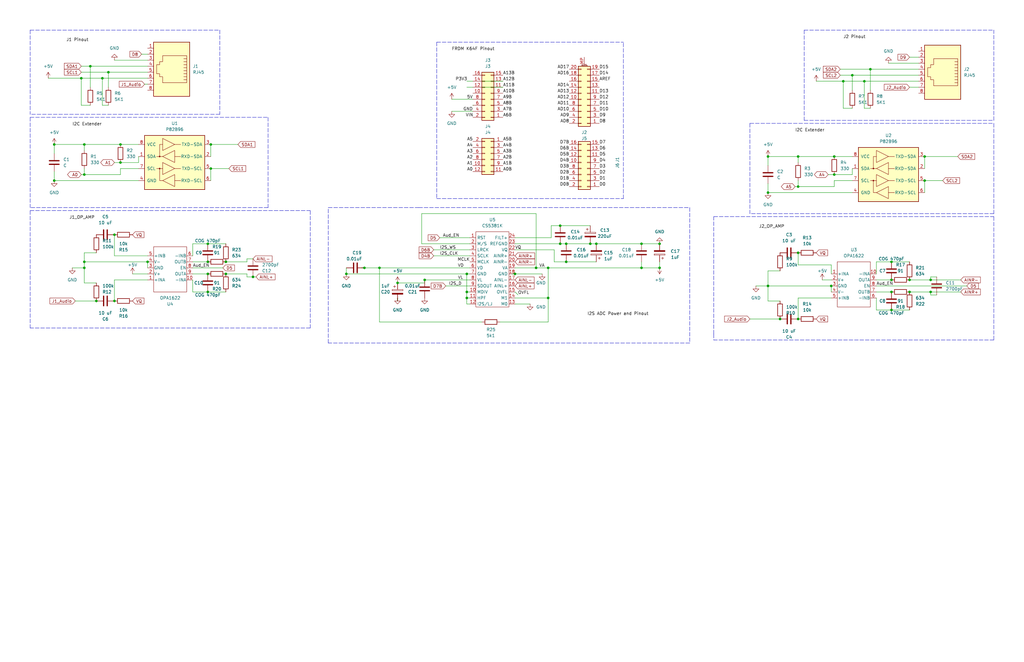
<source format=kicad_sch>
(kicad_sch (version 20211123) (generator eeschema)
  (paper "B")
  (title_block (title "Midi Pedalboard Shield") (company "Daniel Mahaney"))
  (junction (at 270.51 113.03))
  (junction (at 50.8 60.96))
  (junction (at 359.41 31.75))
  (junction (at 43.18 33.02))
  (junction (at 35.56 113.03))
  (junction (at 35.56 60.96))
  (junction (at 336.55 78.74))
  (junction (at 375.92 123.19))
  (junction (at 375.92 110.49))
  (junction (at 95.25 115.57))
  (junction (at 336.55 134.62))
  (junction (at 226.06 113.03))
  (junction (at 236.22 95.25))
  (junction (at 196.85 115.57))
  (junction (at 238.76 102.87))
  (junction (at 95.25 110.49))
  (junction (at 87.63 123.19))
  (junction (at 45.72 30.48))
  (junction (at 48.26 127))
  (junction (at 364.49 34.29))
  (junction (at 231.14 125.73))
  (junction (at 350.52 120.65))
  (junction (at 270.51 102.87))
  (junction (at 383.54 123.19))
  (junction (at 323.85 81.28))
  (junction (at 351.79 73.66))
  (junction (at 383.54 118.11))
  (junction (at 179.07 118.11))
  (junction (at 22.86 76.2))
  (junction (at 392.43 118.11))
  (junction (at 22.86 60.96))
  (junction (at 34.29 33.02))
  (junction (at 389.89 76.2))
  (junction (at 35.56 110.49))
  (junction (at 146.05 115.57))
  (junction (at 40.64 127))
  (junction (at 238.76 110.49))
  (junction (at 153.67 113.03))
  (junction (at 48.26 99.06))
  (junction (at 35.56 73.66))
  (junction (at 87.63 110.49))
  (junction (at 88.9 71.12))
  (junction (at 389.89 66.04))
  (junction (at 106.68 116.84))
  (junction (at 167.64 119.38))
  (junction (at 375.92 130.81))
  (junction (at 278.13 113.03))
  (junction (at 87.63 115.57))
  (junction (at 251.46 102.87))
  (junction (at 323.85 66.04))
  (junction (at 196.85 125.73))
  (junction (at 62.23 110.49))
  (junction (at 323.85 120.65))
  (junction (at 248.92 102.87))
  (junction (at 217.17 115.57))
  (junction (at 278.13 102.87))
  (junction (at 375.92 118.11))
  (junction (at 160.02 113.03))
  (junction (at 231.14 113.03))
  (junction (at 236.22 102.87))
  (junction (at 88.9 60.96))
  (junction (at 196.85 123.19))
  (junction (at 367.03 29.21))
  (junction (at 50.8 68.58))
  (junction (at 392.43 123.19))
  (junction (at 351.79 66.04))
  (junction (at 355.6 34.29))
  (junction (at 328.93 134.62))
  (junction (at 336.55 66.04))
  (junction (at 87.63 102.87))
  (junction (at 336.55 106.68))
  (junction (at 38.1 27.94))
  (wire (pts (xy 95.25 115.57) (xy 104.14 115.57)))
  (polyline (pts (xy 184.15 83.82) (xy 262.89 83.82)))
  (wire (pts (xy 104.14 109.22) (xy 106.68 109.22)))
  (wire (pts (xy 323.85 69.85) (xy 323.85 66.04)))
  (polyline (pts (xy 12.7 49.53) (xy 12.7 87.63)))
  (wire (pts (xy 35.56 60.96) (xy 50.8 60.96)))
  (wire (pts (xy 364.49 34.29) (xy 355.6 34.29)))
  (wire (pts (xy 203.2 36.83) (xy 212.09 36.83)))
  (wire (pts (xy 351.79 76.2) (xy 359.41 76.2)))
  (wire (pts (xy 190.5 41.91) (xy 199.39 41.91)))
  (polyline (pts (xy 12.7 88.9) (xy 12.7 138.43)))
  (wire (pts (xy 323.85 127) (xy 328.93 127)))
  (wire (pts (xy 233.68 105.41) (xy 233.68 110.49)))
  (polyline (pts (xy 316.23 52.07) (xy 419.1 52.07)))
  (wire (pts (xy 45.72 44.45) (xy 43.18 44.45)))
  (polyline (pts (xy 12.7 88.9) (xy 130.81 88.9)))
  (wire (pts (xy 210.82 135.89) (xy 231.14 135.89)))
  (wire (pts (xy 278.13 113.03) (xy 270.51 113.03)))
  (polyline (pts (xy 113.03 87.63) (xy 12.7 87.63)))
  (polyline (pts (xy 419.1 143.51) (xy 300.99 143.51)))
  (polyline (pts (xy 339.09 12.7) (xy 339.09 50.8)))
  (wire (pts (xy 383.54 130.81) (xy 375.92 130.81)))
  (wire (pts (xy 48.26 107.95) (xy 48.26 99.06)))
  (wire (pts (xy 355.6 45.72) (xy 359.41 45.72)))
  (wire (pts (xy 351.79 76.2) (xy 351.79 78.74)))
  (wire (pts (xy 81.28 113.03) (xy 93.98 113.03)))
  (polyline (pts (xy 300.99 140.97) (xy 300.99 91.44)))
  (wire (pts (xy 217.17 125.73) (xy 231.14 125.73)))
  (polyline (pts (xy 419.1 91.44) (xy 419.1 143.51)))
  (wire (pts (xy 152.4 113.03) (xy 153.67 113.03)))
  (wire (pts (xy 323.85 81.28) (xy 359.41 81.28)))
  (wire (pts (xy 359.41 31.75) (xy 387.35 31.75)))
  (wire (pts (xy 323.85 66.04) (xy 336.55 66.04)))
  (wire (pts (xy 226.06 113.03) (xy 231.14 113.03)))
  (polyline (pts (xy 12.7 12.7) (xy 92.71 12.7)))
  (wire (pts (xy 336.55 125.73) (xy 336.55 134.62)))
  (wire (pts (xy 43.18 33.02) (xy 43.18 44.45)))
  (wire (pts (xy 48.26 118.11) (xy 62.23 118.11)))
  (wire (pts (xy 50.8 60.96) (xy 58.42 60.96)))
  (wire (pts (xy 182.88 105.41) (xy 198.12 105.41)))
  (wire (pts (xy 34.29 33.02) (xy 34.29 44.45)))
  (polyline (pts (xy 290.83 87.63) (xy 290.83 144.78)))
  (wire (pts (xy 318.77 120.65) (xy 323.85 120.65)))
  (wire (pts (xy 198.12 115.57) (xy 196.85 115.57)))
  (polyline (pts (xy 262.89 83.82) (xy 262.89 17.78)))
  (wire (pts (xy 346.71 118.11) (xy 350.52 118.11)))
  (wire (pts (xy 196.85 34.29) (xy 199.39 34.29)))
  (wire (pts (xy 87.63 102.87) (xy 81.28 102.87)))
  (wire (pts (xy 48.26 107.95) (xy 62.23 107.95)))
  (wire (pts (xy 35.56 119.38) (xy 35.56 113.03)))
  (wire (pts (xy 88.9 60.96) (xy 88.9 66.04)))
  (polyline (pts (xy 339.09 50.8) (xy 419.1 50.8)))
  (wire (pts (xy 34.29 30.48) (xy 45.72 30.48)))
  (wire (pts (xy 367.03 45.72) (xy 364.49 45.72)))
  (wire (pts (xy 248.92 95.25) (xy 236.22 95.25)))
  (wire (pts (xy 35.56 71.12) (xy 35.56 73.66)))
  (wire (pts (xy 351.79 73.66) (xy 359.41 73.66)))
  (wire (pts (xy 48.26 127) (xy 48.26 118.11)))
  (wire (pts (xy 196.85 36.83) (xy 199.39 36.83)))
  (wire (pts (xy 88.9 60.96) (xy 100.33 60.96)))
  (wire (pts (xy 104.14 115.57) (xy 104.14 116.84)))
  (wire (pts (xy 179.07 119.38) (xy 167.64 119.38)))
  (wire (pts (xy 223.52 128.27) (xy 217.17 128.27)))
  (wire (pts (xy 35.56 73.66) (xy 50.8 73.66)))
  (wire (pts (xy 106.68 116.84) (xy 107.95 116.84)))
  (wire (pts (xy 359.41 31.75) (xy 359.41 38.1)))
  (wire (pts (xy 177.8 102.87) (xy 177.8 90.17)))
  (wire (pts (xy 278.13 102.87) (xy 270.51 102.87)))
  (wire (pts (xy 22.86 64.77) (xy 22.86 60.96)))
  (wire (pts (xy 350.52 111.76) (xy 350.52 115.57)))
  (wire (pts (xy 392.43 118.11) (xy 392.43 116.84)))
  (wire (pts (xy 198.12 102.87) (xy 177.8 102.87)))
  (wire (pts (xy 50.8 68.58) (xy 58.42 68.58)))
  (wire (pts (xy 251.46 102.87) (xy 270.51 102.87)))
  (wire (pts (xy 203.2 34.29) (xy 212.09 34.29)))
  (wire (pts (xy 226.06 90.17) (xy 226.06 113.03)))
  (wire (pts (xy 383.54 24.13) (xy 387.35 24.13)))
  (wire (pts (xy 48.26 25.4) (xy 62.23 25.4)))
  (wire (pts (xy 38.1 27.94) (xy 62.23 27.94)))
  (wire (pts (xy 369.57 123.19) (xy 375.92 123.19)))
  (wire (pts (xy 392.43 123.19) (xy 405.13 123.19)))
  (polyline (pts (xy 12.7 49.53) (xy 113.03 49.53)))
  (polyline (pts (xy 92.71 12.7) (xy 92.71 48.26)))
  (wire (pts (xy 369.57 120.65) (xy 407.67 120.65)))
  (wire (pts (xy 231.14 113.03) (xy 270.51 113.03)))
  (wire (pts (xy 392.43 124.46) (xy 394.97 124.46)))
  (wire (pts (xy 392.43 123.19) (xy 383.54 123.19)))
  (wire (pts (xy 146.05 115.57) (xy 196.85 115.57)))
  (wire (pts (xy 34.29 73.66) (xy 35.56 73.66)))
  (wire (pts (xy 104.14 110.49) (xy 95.25 110.49)))
  (wire (pts (xy 185.42 100.33) (xy 198.12 100.33)))
  (wire (pts (xy 369.57 110.49) (xy 369.57 115.57)))
  (wire (pts (xy 383.54 110.49) (xy 375.92 110.49)))
  (wire (pts (xy 38.1 27.94) (xy 38.1 36.83)))
  (wire (pts (xy 62.23 110.49) (xy 62.23 113.03)))
  (wire (pts (xy 364.49 34.29) (xy 364.49 45.72)))
  (wire (pts (xy 58.42 66.04) (xy 58.42 68.58)))
  (wire (pts (xy 389.89 76.2) (xy 389.89 81.28)))
  (wire (pts (xy 177.8 90.17) (xy 226.06 90.17)))
  (wire (pts (xy 354.33 31.75) (xy 359.41 31.75)))
  (wire (pts (xy 217.17 115.57) (xy 228.6 115.57)))
  (polyline (pts (xy 339.09 12.7) (xy 419.1 12.7)))
  (wire (pts (xy 270.51 110.49) (xy 270.51 113.03)))
  (wire (pts (xy 35.56 60.96) (xy 35.56 63.5)))
  (wire (pts (xy 336.55 66.04) (xy 351.79 66.04)))
  (polyline (pts (xy 300.99 91.44) (xy 419.1 91.44)))
  (wire (pts (xy 336.55 125.73) (xy 350.52 125.73)))
  (wire (pts (xy 198.12 128.27) (xy 196.85 128.27)))
  (wire (pts (xy 81.28 123.19) (xy 81.28 118.11)))
  (wire (pts (xy 45.72 30.48) (xy 45.72 36.83)))
  (wire (pts (xy 231.14 135.89) (xy 231.14 125.73)))
  (polyline (pts (xy 113.03 49.53) (xy 113.03 87.63)))
  (polyline (pts (xy 184.15 17.78) (xy 184.15 83.82)))
  (wire (pts (xy 196.85 128.27) (xy 196.85 125.73)))
  (wire (pts (xy 232.41 95.25) (xy 236.22 95.25)))
  (wire (pts (xy 62.23 33.02) (xy 43.18 33.02)))
  (wire (pts (xy 369.57 118.11) (xy 375.92 118.11)))
  (wire (pts (xy 198.12 123.19) (xy 196.85 123.19)))
  (wire (pts (xy 35.56 106.68) (xy 35.56 110.49)))
  (wire (pts (xy 336.55 111.76) (xy 350.52 111.76)))
  (wire (pts (xy 336.55 78.74) (xy 351.79 78.74)))
  (wire (pts (xy 187.96 120.65) (xy 198.12 120.65)))
  (wire (pts (xy 62.23 115.57) (xy 55.88 115.57)))
  (wire (pts (xy 34.29 44.45) (xy 38.1 44.45)))
  (wire (pts (xy 104.14 116.84) (xy 106.68 116.84)))
  (wire (pts (xy 30.48 113.03) (xy 35.56 113.03)))
  (wire (pts (xy 199.5794 44.45) (xy 199.39 44.45)))
  (wire (pts (xy 50.8 71.12) (xy 50.8 73.66)))
  (polyline (pts (xy 12.7 12.7) (xy 12.7 48.26)))
  (wire (pts (xy 196.85 125.73) (xy 196.85 123.19)))
  (polyline (pts (xy 419.1 90.17) (xy 316.23 90.17)))
  (wire (pts (xy 344.17 34.29) (xy 355.6 34.29)))
  (wire (pts (xy 389.89 76.2) (xy 397.51 76.2)))
  (wire (pts (xy 389.89 66.04) (xy 389.89 71.12)))
  (wire (pts (xy 167.64 127) (xy 167.64 125.73)))
  (polyline (pts (xy 176.53 87.63) (xy 290.83 87.63)))
  (wire (pts (xy 383.54 36.83) (xy 387.35 36.83)))
  (wire (pts (xy 34.29 33.02) (xy 20.32 33.02)))
  (wire (pts (xy 31.75 127) (xy 40.64 127)))
  (wire (pts (xy 323.85 114.3) (xy 328.93 114.3)))
  (wire (pts (xy 392.43 118.11) (xy 405.13 118.11)))
  (wire (pts (xy 367.03 29.21) (xy 367.03 38.1)))
  (wire (pts (xy 369.57 125.73) (xy 369.57 130.81)))
  (wire (pts (xy 35.56 106.68) (xy 40.64 106.68)))
  (wire (pts (xy 392.43 123.19) (xy 392.43 124.46)))
  (wire (pts (xy 48.26 68.58) (xy 50.8 68.58)))
  (wire (pts (xy 198.12 125.73) (xy 196.85 125.73)))
  (wire (pts (xy 238.76 110.49) (xy 251.46 110.49)))
  (wire (pts (xy 88.9 71.12) (xy 88.9 76.2)))
  (wire (pts (xy 335.28 78.74) (xy 336.55 78.74)))
  (wire (pts (xy 88.9 71.12) (xy 96.52 71.12)))
  (wire (pts (xy 104.14 110.49) (xy 104.14 109.22)))
  (wire (pts (xy 316.23 134.62) (xy 328.93 134.62)))
  (wire (pts (xy 60.96 35.56) (xy 62.23 35.56)))
  (polyline (pts (xy 419.1 52.07) (xy 419.1 90.17)))
  (wire (pts (xy 392.43 116.84) (xy 394.97 116.84)))
  (wire (pts (xy 350.52 120.65) (xy 350.52 123.19)))
  (wire (pts (xy 349.25 73.66) (xy 351.79 73.66)))
  (wire (pts (xy 45.72 30.48) (xy 62.23 30.48)))
  (wire (pts (xy 34.29 27.94) (xy 38.1 27.94)))
  (wire (pts (xy 323.85 120.65) (xy 350.52 120.65)))
  (wire (pts (xy 215.9 115.57) (xy 217.17 115.57)))
  (wire (pts (xy 233.68 105.41) (xy 217.17 105.41)))
  (wire (pts (xy 375.92 130.81) (xy 369.57 130.81)))
  (wire (pts (xy 146.05 115.57) (xy 146.05 113.03)))
  (wire (pts (xy 383.54 118.11) (xy 392.43 118.11)))
  (wire (pts (xy 217.17 100.33) (xy 232.41 100.33)))
  (wire (pts (xy 179.07 118.11) (xy 198.12 118.11)))
  (wire (pts (xy 367.03 29.21) (xy 387.35 29.21)))
  (wire (pts (xy 22.86 72.39) (xy 22.86 76.2)))
  (wire (pts (xy 248.92 102.87) (xy 251.46 102.87)))
  (polyline (pts (xy 419.1 50.8) (xy 419.1 12.7)))
  (wire (pts (xy 87.63 123.19) (xy 81.28 123.19)))
  (polyline (pts (xy 184.15 17.78) (xy 262.89 17.78)))
  (wire (pts (xy 35.56 110.49) (xy 35.56 113.03)))
  (wire (pts (xy 196.85 115.57) (xy 196.85 123.19)))
  (wire (pts (xy 232.41 100.33) (xy 232.41 95.25)))
  (wire (pts (xy 231.14 125.73) (xy 231.14 113.03)))
  (wire (pts (xy 43.18 33.02) (xy 34.29 33.02)))
  (wire (pts (xy 59.69 22.86) (xy 62.23 22.86)))
  (wire (pts (xy 22.86 76.2) (xy 58.42 76.2)))
  (wire (pts (xy 179.07 119.38) (xy 179.07 118.11)))
  (wire (pts (xy 95.25 123.19) (xy 87.63 123.19)))
  (wire (pts (xy 375.92 110.49) (xy 369.57 110.49)))
  (polyline (pts (xy 130.81 88.9) (xy 130.81 138.43)))
  (polyline (pts (xy 138.43 87.63) (xy 176.53 87.63)))
  (wire (pts (xy 238.76 102.87) (xy 236.22 102.87)))
  (wire (pts (xy 218.44 124.46) (xy 217.17 123.19)))
  (wire (pts (xy 336.55 76.2) (xy 336.55 78.74)))
  (wire (pts (xy 389.89 66.04) (xy 403.86 66.04)))
  (polyline (pts (xy 130.81 138.43) (xy 12.7 138.43)))
  (wire (pts (xy 35.56 119.38) (xy 40.64 119.38)))
  (wire (pts (xy 278.13 110.49) (xy 278.13 113.03)))
  (wire (pts (xy 323.85 77.47) (xy 323.85 81.28)))
  (wire (pts (xy 35.56 110.49) (xy 62.23 110.49)))
  (wire (pts (xy 81.28 115.57) (xy 87.63 115.57)))
  (wire (pts (xy 182.88 107.95) (xy 198.12 107.95)))
  (polyline (pts (xy 290.83 144.78) (xy 138.43 144.78)))
  (wire (pts (xy 160.02 135.89) (xy 160.02 113.03)))
  (wire (pts (xy 217.17 102.87) (xy 236.22 102.87)))
  (polyline (pts (xy 316.23 52.07) (xy 316.23 90.17)))
  (polyline (pts (xy 138.43 144.78) (xy 138.43 87.63)))
  (wire (pts (xy 233.68 110.49) (xy 238.76 110.49)))
  (polyline (pts (xy 300.99 140.97) (xy 300.99 143.51)))
  (wire (pts (xy 95.25 102.87) (xy 87.63 102.87)))
  (wire (pts (xy 50.8 71.12) (xy 58.42 71.12)))
  (wire (pts (xy 238.76 102.87) (xy 248.92 102.87)))
  (wire (pts (xy 323.85 120.65) (xy 323.85 127)))
  (wire (pts (xy 190.5 46.99) (xy 199.39 46.99)))
  (wire (pts (xy 81.28 110.49) (xy 87.63 110.49)))
  (wire (pts (xy 387.35 34.29) (xy 364.49 34.29)))
  (wire (pts (xy 374.65 26.67) (xy 387.35 26.67)))
  (wire (pts (xy 217.17 113.03) (xy 226.06 113.03)))
  (wire (pts (xy 22.86 60.96) (xy 35.56 60.96)))
  (wire (pts (xy 351.79 66.04) (xy 359.41 66.04)))
  (wire (pts (xy 323.85 114.3) (xy 323.85 120.65)))
  (polyline (pts (xy 92.71 48.26) (xy 12.7 48.26)))
  (wire (pts (xy 81.28 107.95) (xy 81.28 102.87)))
  (wire (pts (xy 336.55 66.04) (xy 336.55 68.58)))
  (wire (pts (xy 160.02 135.89) (xy 203.2 135.89)))
  (wire (pts (xy 355.6 34.29) (xy 355.6 45.72)))
  (wire (pts (xy 359.41 71.12) (xy 359.41 73.66)))
  (wire (pts (xy 354.33 29.21) (xy 367.03 29.21)))
  (wire (pts (xy 160.02 113.03) (xy 198.12 113.03)))
  (wire (pts (xy 153.67 113.03) (xy 160.02 113.03)))
  (wire (pts (xy 336.55 106.68) (xy 336.55 111.76)))
  (label "A12B" (at 212.09 34.29 0))
  (label "A6B" (at 212.09 49.53 0))
  (label "A1B" (at 212.09 69.85 0))
  (label "A10B" (at 212.09 39.37 0))
  (label "D3B" (at 240.03 71.12 180))
  (label "MCLK" (at 198.12 110.49 180))
  (label "J1_OP_AMP" (at 29.21 92.71 0))
  (label "D14" (at 252.73 31.75 0))
  (label "AD17" (at 240.03 29.21 180))
  (label "FRDM K64F Pinout" (at 190.5 21.59 0))
  (label "D3" (at 252.73 71.12 0))
  (label "D5" (at 252.73 66.04 0))
  (label "D12" (at 252.73 41.91 0))
  (label "D7" (at 252.73 60.96 0))
  (label "I2S ADC Power and Pinout" (at 247.65 133.35 0))
  (label "A5" (at 199.39 59.69 180))
  (label "D13" (at 252.73 39.37 0))
  (label "A3" (at 199.39 64.77 180))
  (label "VA" (at 227.33 113.03 0))
  (label "A3B" (at 212.09 64.77 0))
  (label "AD8" (at 240.03 52.07 180))
  (label "D1" (at 252.73 76.2 0))
  (label "D7B" (at 240.03 60.96 180))
  (label "J2_OP_AMP" (at 320.04 96.52 0))
  (label "Aud_EN" (at 81.28 113.03 0))
  (label "I2S_D" (at 189.23 120.65 0))
  (label "AD10" (at 240.03 46.99 180))
  (label "A1" (at 199.39 69.85 180))
  (label "A2B" (at 212.09 67.31 0))
  (label "Aud_EN" (at 369.57 120.65 0))
  (label "D8" (at 252.73 52.07 0))
  (label "AD13" (at 240.03 39.37 180))
  (label "D15" (at 252.73 29.21 0))
  (label "A13B" (at 212.09 31.75 0))
  (label "D6B" (at 240.03 63.5 180))
  (label "D2" (at 252.73 73.66 0))
  (label "VD" (at 195.58 113.03 180))
  (label "A0B" (at 212.09 72.39 0))
  (label "AD16" (at 240.03 31.75 180))
  (label "AD14" (at 240.03 36.83 180))
  (label "D6" (at 252.73 63.5 0))
  (label "AREF" (at 252.73 34.29 0))
  (label "A2" (at 199.39 67.31 180))
  (label "I2S_CLK" (at 185.42 107.95 0))
  (label "A4" (at 199.39 62.23 180))
  (label "J2 Pinout" (at 355.6 16.51 0))
  (label "D11" (at 252.73 44.45 0))
  (label "VL" (at 193.04 118.11 0))
  (label "D0B" (at 240.03 78.74 180))
  (label "Aud_EN" (at 186.69 100.33 0))
  (label "A9B" (at 212.09 41.91 0))
  (label "D9" (at 252.73 49.53 0))
  (label "I2C Extender" (at 30.48 53.34 0))
  (label "D4B" (at 240.03 68.58 180))
  (label "D5B" (at 240.03 66.04 180))
  (label "A4B" (at 212.09 62.23 0))
  (label "AD11" (at 240.03 44.45 180))
  (label "J1 Pinout" (at 27.94 17.78 0))
  (label "AD9" (at 240.03 49.53 180))
  (label "P3V3" (at 197.0394 34.29 180))
  (label "VIN" (at 199.5794 49.53 180))
  (label "A8B" (at 212.09 44.45 0))
  (label "OVFL" (at 218.44 124.46 0))
  (label "A7B" (at 212.09 46.99 0))
  (label "D2B" (at 240.03 73.66 180))
  (label "D1B" (at 240.03 76.2 180))
  (label "D4" (at 252.73 68.58 0))
  (label "AD12" (at 240.03 41.91 180))
  (label "A0" (at 199.39 72.39 180))
  (label "VQ" (at 217.17 105.41 0))
  (label "I2S_WS" (at 185.42 105.41 0))
  (label "I2C Extender" (at 335.28 55.88 0))
  (label "GND" (at 199.39 46.99 180))
  (label "D10" (at 252.73 46.99 0))
  (label "A11B" (at 212.09 36.83 0))
  (label "A5B" (at 212.09 59.69 0))
  (label "D0" (at 252.73 78.74 0))
  (label "5V" (at 199.39 41.91 180))
  (global_label "VQ" (shape input) (at 344.17 134.62 0) (property "Intersheet References" "${INTERSHEET_REFS}" (effects hide)))
  (global_label "SDA1" (shape input) (at 34.29 27.94 180) (property "Intersheet References" "${INTERSHEET_REFS}" (effects hide)))
  (global_label "AINL+" (shape input) (at 217.17 120.65 0) (property "Intersheet References" "${INTERSHEET_REFS}" (effects hide)))
  (global_label "SCL1" (shape input) (at 34.29 30.48 180) (property "Intersheet References" "${INTERSHEET_REFS}" (effects hide)))
  (global_label "J1_Audio" (shape input) (at 60.96 35.56 180) (property "Intersheet References" "${INTERSHEET_REFS}" (effects hide)))
  (global_label "J1_Audio" (shape input) (at 31.75 127 180) (property "Intersheet References" "${INTERSHEET_REFS}" (effects hide)))
  (global_label "AINR+" (shape input) (at 217.17 107.95 0) (property "Intersheet References" "${INTERSHEET_REFS}" (effects hide)))
  (global_label "SCL2" (shape input) (at 397.51 76.2 0) (property "Intersheet References" "${INTERSHEET_REFS}" (effects hide)))
  (global_label "D4B" (shape input) (at 182.88 107.95 180) (property "Intersheet References" "${INTERSHEET_REFS}" (effects hide)))
  (global_label "A5" (shape bidirectional) (at 335.28 78.74 180) (property "Intersheet References" "${INTERSHEET_REFS}" (effects hide)))
  (global_label "SDA1" (shape input) (at 100.33 60.96 0) (property "Intersheet References" "${INTERSHEET_REFS}" (effects hide)))
  (global_label "D7B" (shape input) (at 187.96 120.65 180) (property "Intersheet References" "${INTERSHEET_REFS}" (effects hide)))
  (global_label "VQ" (shape input) (at 344.17 106.68 0) (property "Intersheet References" "${INTERSHEET_REFS}" (effects hide)))
  (global_label "A1" (shape bidirectional) (at 48.26 68.58 180) (property "Intersheet References" "${INTERSHEET_REFS}" (effects hide)))
  (global_label "D5" (shape input) (at 407.67 120.65 0) (property "Intersheet References" "${INTERSHEET_REFS}" (effects hide)))
  (global_label "D8" (shape input) (at 59.69 22.86 180) (property "Intersheet References" "${INTERSHEET_REFS}" (effects hide)))
  (global_label "AINR-" (shape input) (at 217.17 110.49 0) (property "Intersheet References" "${INTERSHEET_REFS}" (effects hide)))
  (global_label "J2_Audio" (shape input) (at 383.54 36.83 180) (property "Intersheet References" "${INTERSHEET_REFS}" (effects hide)))
  (global_label "SCL1" (shape input) (at 96.52 71.12 0) (property "Intersheet References" "${INTERSHEET_REFS}" (effects hide)))
  (global_label "A0" (shape bidirectional) (at 34.29 73.66 180) (property "Intersheet References" "${INTERSHEET_REFS}" (effects hide)))
  (global_label "A4" (shape bidirectional) (at 349.25 73.66 180) (property "Intersheet References" "${INTERSHEET_REFS}" (effects hide)))
  (global_label "AINL-" (shape input) (at 217.17 118.11 0) (property "Intersheet References" "${INTERSHEET_REFS}" (effects hide)))
  (global_label "SDA2" (shape input) (at 403.86 66.04 0) (property "Intersheet References" "${INTERSHEET_REFS}" (effects hide)))
  (global_label "J2_Audio" (shape input) (at 316.23 134.62 180) (property "Intersheet References" "${INTERSHEET_REFS}" (effects hide)))
  (global_label "VQ" (shape input) (at 55.88 127 0) (property "Intersheet References" "${INTERSHEET_REFS}" (effects hide)))
  (global_label "D6B" (shape input) (at 182.88 105.41 180) (property "Intersheet References" "${INTERSHEET_REFS}" (effects hide)))
  (global_label "SDA2" (shape input) (at 354.33 29.21 180) (property "Intersheet References" "${INTERSHEET_REFS}" (effects hide)))
  (global_label "AINR-" (shape input) (at 405.13 118.11 0) (property "Intersheet References" "${INTERSHEET_REFS}" (effects hide)))
  (global_label "D5" (shape input) (at 93.98 113.03 0) (property "Intersheet References" "${INTERSHEET_REFS}" (effects hide)))
  (global_label "SCL2" (shape input) (at 354.33 31.75 180) (property "Intersheet References" "${INTERSHEET_REFS}" (effects hide)))
  (global_label "AINR+" (shape input) (at 405.13 123.19 0) (property "Intersheet References" "${INTERSHEET_REFS}" (effects hide)))
  (global_label "VQ" (shape input) (at 55.88 99.06 0) (property "Intersheet References" "${INTERSHEET_REFS}" (effects hide)))
  (global_label "D9" (shape input) (at 383.54 24.13 180) (property "Intersheet References" "${INTERSHEET_REFS}" (effects hide)))
  (global_label "AINL-" (shape input) (at 106.68 109.22 0) (property "Intersheet References" "${INTERSHEET_REFS}" (effects hide)))
  (global_label "AINL+" (shape input) (at 107.95 116.84 0) (property "Intersheet References" "${INTERSHEET_REFS}" (effects hide)))
  (global_label "D5" (shape input) (at 185.42 100.33 180) (property "Intersheet References" "${INTERSHEET_REFS}" (effects hide)))
  (symbol (lib_id "Device:R") (at 379.73 123.19 90) (mirror x) (unit 1)
    (property "Reference" "R18" (at 379.73 129.54 90))
    (property "Value" "91" (at 379.73 127 90))
    (property "Footprint" "Resistor_THT:R_Axial_DIN0414_L11.9mm_D4.5mm_P5.08mm_Vertical" (effects hide))
    (property "Datasheet" "https://www.digikey.com/en/products/detail/stackpole-electronics-inc/RSMF2JT91R0/2021733?s=N4IgjCBcoExaBjKAzAhgGwM4FMA0IB7KAbXADYBOMAFggF18AHAFyhAGVmAnASwDsA5iAC%2B%2BGAAYAHAFZ4IJJDRY8hEiCoACAPIALALaYQDECzYBVPj2ZbkAWWypMAVy7YR%2BALQRo8lBhz4RJCkAOwAzJJGoiAecD4K3E4qQaSy%2BBRRnhnxUInJavTCRUA" (effects hide))
  )
  (symbol (lib_id "New_Library:CS5381K") (at 207.01 100.33 0) (unit 1)
    (property "Reference" "U5" (at 207.645 92.71 0))
    (property "Value" "CS5381K" (at 207.645 95.25 0))
    (property "Footprint" "NewLib:SOIC-24" (effects hide))
  )
  (symbol (lib_id "Device:R") (at 95.25 119.38 0) (mirror x) (unit 1)
    (property "Reference" "R24" (at 97.79 120.6501 0) (effects (justify left)))
    (property "Value" "634" (at 97.79 118.1101 0) (effects (justify left)))
    (property "Footprint" "Resistor_SMD:R_1206_3216Metric_Pad1.30x1.75mm_HandSolder" (effects hide))
    (property "Datasheet" "https://www.digikey.com/en/products/detail/te-connectivity-passive-product/3503G2B634RFTD/16808622?s=N4IgjCBcoExaBjKAzAhgGwM4FMA0IB7KAbXADYBOMAFggF18AHAFyhAGVmAnASwDsA5iAC%2B%2BGAAYAHAFZ4IFmwCqfHswDyyALLZUmAK5dsIfHrZqAFgFtMxkJf5syAZmq3LqAB6OXI-AFo4aBAkSG49PEISEFl8ChA6URA-OKCQsIiiSFJ6YVygA" (effects hide))
  )
  (symbol (lib_id "power:GND") (at 318.77 120.65 0) (unit 1)
    (property "Reference" "#PWR0114" (effects hide))
    (property "Value" "GND" (at 318.77 125.73 0))
  )
  (symbol (lib_id "Device:R") (at 207.01 135.89 270) (unit 1)
    (property "Reference" "R25" (at 205.105 139.0649 90) (effects (justify left)))
    (property "Value" "5k1" (at 205.105 141.6049 90) (effects (justify left)))
    (property "Footprint" "Resistor_THT:R_Axial_DIN0207_L6.3mm_D2.5mm_P2.54mm_Vertical" (effects hide))
    (property "Datasheet" "https://www.digikey.com/en/products/detail/stackpole-electronics-inc/CF14JT5K10/1741447" (effects hide))
  )
  (symbol (lib_id "power:+5V") (at 190.5 41.91 0) (unit 1)
    (property "Reference" "#PWR0101" (effects hide))
    (property "Value" "+5V" (at 190.5 36.83 0))
  )
  (symbol (lib_id "power:+5V") (at 167.64 119.38 0) (unit 1)
    (property "Reference" "#PWR0121" (effects hide))
    (property "Value" "+5V" (at 167.64 114.3 0))
  )
  (symbol (lib_id "Device:R") (at 328.93 130.81 0) (mirror x) (unit 1)
    (property "Reference" "R10" (at 331.47 132.0801 0) (effects (justify left)))
    (property "Value" "100k" (at 331.47 129.5401 0) (effects (justify left)))
    (property "Footprint" "Resistor_THT:R_Axial_DIN0207_L6.3mm_D2.5mm_P2.54mm_Vertical" (effects hide))
    (property "Datasheet" "https://www.digikey.com/en/products/detail/stackpole-electronics-inc/CF14JT100K/1741263" (effects hide))
  )
  (symbol (lib_id "Device:C") (at 44.45 127 90) (mirror x) (unit 1)
    (property "Reference" "C6" (at 44.45 134.62 90))
    (property "Value" "10 uF" (at 44.45 132.08 90))
    (property "Footprint" "Capacitor_THT:CP_Radial_Tantal_D5.5mm_P5.00mm" (effects hide))
    (property "Datasheet" "https://product.tdk.com/en/system/files?file=dam/doc/product/capacitor/ceramic/lead-mlcc/catalog/leadmlcc_halogenfree_fa_en.pdf" (effects hide))
  )
  (symbol (lib_id "Device:R") (at 52.07 127 90) (mirror x) (unit 1)
    (property "Reference" "R16" (at 52.07 133.35 90))
    (property "Value" "10k" (at 52.07 130.81 90))
    (property "Footprint" "Resistor_THT:R_Axial_DIN0207_L6.3mm_D2.5mm_P2.54mm_Vertical" (effects hide))
    (property "Datasheet" "https://www.digikey.com/en/products/detail/stackpole-electronics-inc/CF14JT10K0/1741265" (effects hide))
  )
  (symbol (lib_id "Connector_Generic_MountingPin:Conn_02x10_Odd_Even_MountingPin") (at 247.65 41.91 180) (unit 1)
    (property "Reference" "J5" (at 246.38 58.42 0))
    (property "Value" "J2" (at 246.38 55.88 0))
    (property "Footprint" "Connector_PinHeader_2.54mm:PinHeader_2x10_P2.54mm_Vertical" (effects hide))
  )
  (symbol (lib_id "Connector_Generic:Conn_02x08_Odd_Even") (at 207.01 41.91 180) (unit 1)
    (property "Reference" "J3" (at 205.74 25.4 0))
    (property "Value" "J3" (at 205.74 27.94 0))
    (property "Footprint" "Connector_PinHeader_2.54mm:PinHeader_2x08_P2.54mm_Vertical" (effects hide))
  )
  (symbol (lib_id "power:+5V") (at 346.71 118.11 0) (unit 1)
    (property "Reference" "#PWR0113" (effects hide))
    (property "Value" "+5V" (at 346.71 114.3 0))
  )
  (symbol (lib_id "Connector_Generic:Conn_02x06_Odd_Even") (at 207.01 64.77 0) (mirror y) (unit 1)
    (property "Reference" "J4" (at 205.74 53.34 0))
    (property "Value" "J4" (at 205.74 55.88 0))
    (property "Footprint" "Connector_PinHeader_2.54mm:PinHeader_2x06_P2.54mm_Vertical" (effects hide))
  )
  (symbol (lib_id "power:GND") (at 22.86 76.2 0) (unit 1)
    (property "Reference" "#PWR0107" (effects hide))
    (property "Value" "GND" (at 22.86 81.28 0))
  )
  (symbol (lib_id "power:GND") (at 223.52 128.27 0) (unit 1)
    (property "Reference" "#PWR0117" (effects hide))
    (property "Value" "GND" (at 226.06 129.5399 0) (effects (justify left)))
  )
  (symbol (lib_id "Device:R") (at 38.1 40.64 0) (unit 1)
    (property "Reference" "R5" (at 40.64 39.3699 0) (effects (justify left)))
    (property "Value" "5K1" (at 40.64 41.9099 0) (effects (justify left)))
    (property "Footprint" "Resistor_THT:R_Axial_DIN0207_L6.3mm_D2.5mm_P2.54mm_Vertical" (effects hide))
    (property "Datasheet" "https://www.digikey.com/en/products/detail/stackpole-electronics-inc/CF14JT5K10/1741447" (effects hide))
  )
  (symbol (lib_id "Device:C") (at 149.86 113.03 270) (unit 1)
    (property "Reference" "C19" (at 148.59 106.68 90) (effects (justify left)))
    (property "Value" "0.01uF" (at 146.0499 109.22 90) (effects (justify left)))
    (property "Footprint" "Capacitor_SMD:C_0402_1005Metric_Pad0.74x0.62mm_HandSolder" (effects hide))
    (property "Datasheet" "https://media.digikey.com/pdf/Data%20Sheets/Samsung%20PDFs/CL05A104KA5NNNC.pdf" (effects hide))
  )
  (symbol (lib_id "power:GND") (at 228.6 115.57 0) (unit 1)
    (property "Reference" "#PWR0116" (effects hide))
    (property "Value" "GND" (at 226.06 119.38 0) (effects (justify left)))
  )
  (symbol (lib_id "Connector:RJ45") (at 72.39 27.94 180) (unit 1)
    (property "Reference" "J1" (at 81.28 27.9399 0) (effects (justify right)))
    (property "Value" "RJ45" (at 81.28 30.4799 0) (effects (justify right)))
    (property "Footprint" "Connector_RJ:RJ45_Amphenol_RJHSE538X" (effects hide))
  )
  (symbol (lib_id "Connector:RJ45") (at 397.51 29.21 180) (unit 1)
    (property "Reference" "J2" (at 406.4 29.2099 0) (effects (justify right)))
    (property "Value" "RJ45" (at 406.4 31.7499 0) (effects (justify right)))
    (property "Footprint" "Connector_RJ:RJ45_Amphenol_RJHSE538X" (effects hide))
  )
  (symbol (lib_id "Device:R") (at 91.44 110.49 90) (unit 1)
    (property "Reference" "R19" (at 91.44 104.14 90))
    (property "Value" "91" (at 91.44 106.68 90))
    (property "Footprint" "Resistor_THT:R_Axial_DIN0414_L11.9mm_D4.5mm_P5.08mm_Vertical" (effects hide))
    (property "Datasheet" "https://www.digikey.com/en/products/detail/stackpole-electronics-inc/RSMF2JT91R0/2021733?s=N4IgjCBcoExaBjKAzAhgGwM4FMA0IB7KAbXADYBOMAFggF18AHAFyhAGVmAnASwDsA5iAC%2B%2BGAAYAHAFZ4IJJDRY8hEiCoACAPIALALaYQDECzYBVPj2ZbkAWWypMAVy7YR%2BALQRo8lBhz4RJCkAOwAzJJGoiAecD4K3E4qQaSy%2BBRRnhnxUInJavTCRUA" (effects hide))
  )
  (symbol (lib_id "Device:C") (at 332.74 106.68 90) (unit 1)
    (property "Reference" "C3" (at 332.74 99.06 90))
    (property "Value" "10 uF" (at 332.74 101.6 90))
    (property "Footprint" "Capacitor_THT:CP_Radial_Tantal_D5.5mm_P5.00mm" (effects hide))
    (property "Datasheet" "https://product.tdk.com/en/system/files?file=dam/doc/product/capacitor/ceramic/lead-mlcc/catalog/leadmlcc_halogenfree_fa_en.pdf" (effects hide))
  )
  (symbol (lib_id "Device:C") (at 106.68 113.03 0) (mirror x) (unit 1)
    (property "Reference" "C12" (at 110.49 114.3001 0) (effects (justify left)))
    (property "Value" "2700pF" (at 110.49 111.7601 0) (effects (justify left)))
    (property "Footprint" "Capacitor_THT:CP_Radial_D5.0mm_P2.50mm" (effects hide))
    (property "Datasheet" "http://www.passivecomponent.com/wp-content/uploads/datasheet/WTC_MLCC_General_Purpose.pdf" (effects hide))
  )
  (symbol (lib_id "power:GND") (at 179.07 125.73 0) (unit 1)
    (property "Reference" "#PWR0119" (effects hide))
    (property "Value" "GND" (at 179.07 130.81 0))
  )
  (symbol (lib_id "Device:C") (at 87.63 119.38 0) (mirror y) (unit 1)
    (property "Reference" "C10" (at 83.82 119.38 0))
    (property "Value" "COG 470pF" (at 87.63 124.46 0))
    (property "Footprint" "Capacitor_SMD:C_1812_4532Metric_Pad1.57x3.40mm_HandSolder" (effects hide))
    (property "Datasheet" "https://datasheets.kyocera-avx.com/AVX-HV_MLCC.pdf" (effects hide))
  )
  (symbol (lib_id "Device:C") (at 87.63 106.68 180) (unit 1)
    (property "Reference" "C9" (at 83.82 106.68 0))
    (property "Value" "COG 470pF" (at 87.63 101.6 0))
    (property "Footprint" "Capacitor_SMD:C_1812_4532Metric_Pad1.57x3.40mm_HandSolder" (effects hide))
    (property "Datasheet" "https://datasheets.kyocera-avx.com/AVX-HV_MLCC.pdf" (effects hide))
  )
  (symbol (lib_id "Device:C_Polarized") (at 251.46 106.68 180) (unit 1)
    (property "Reference" "C15" (at 256.54 106.68 0))
    (property "Value" "1uF" (at 256.54 109.22 0))
    (property "Footprint" "Capacitor_SMD:C_0603_1608Metric_Pad1.08x0.95mm_HandSolder" (effects hide))
    (property "Datasheet" "https://media.digikey.com/pdf/Data%20Sheets/Samsung%20PDFs/CL10A105KA8NNNC_Spec.pdf" (effects hide))
  )
  (symbol (lib_id "Device:R") (at 91.44 115.57 90) (mirror x) (unit 1)
    (property "Reference" "R20" (at 91.44 121.92 90))
    (property "Value" "91" (at 91.44 119.38 90))
    (property "Footprint" "Resistor_THT:R_Axial_DIN0414_L11.9mm_D4.5mm_P5.08mm_Vertical" (effects hide))
    (property "Datasheet" "https://www.digikey.com/en/products/detail/stackpole-electronics-inc/RSMF2JT91R0/2021733?s=N4IgjCBcoExaBjKAzAhgGwM4FMA0IB7KAbXADYBOMAFggF18AHAFyhAGVmAnASwDsA5iAC%2B%2BGAAYAHAFZ4IJJDRY8hEiCoACAPIALALaYQDECzYBVPj2ZbkAWWypMAVy7YR%2BALQRo8lBhz4RJCkAOwAzJJGoiAecD4K3E4qQaSy%2BBRRnhnxUInJavTCRUA" (effects hide))
  )
  (symbol (lib_id "Device:C") (at 375.92 127 0) (mirror y) (unit 1)
    (property "Reference" "C8" (at 372.11 127 0))
    (property "Value" "COG 470pF" (at 375.92 132.08 0))
    (property "Footprint" "Capacitor_SMD:C_1812_4532Metric_Pad1.57x3.40mm_HandSolder" (effects hide))
    (property "Datasheet" "https://datasheets.kyocera-avx.com/AVX-HV_MLCC.pdf" (effects hide))
  )
  (symbol (lib_id "Device:R") (at 383.54 114.3 0) (unit 1)
    (property "Reference" "R21" (at 386.08 113.0299 0) (effects (justify left)))
    (property "Value" "634" (at 386.08 115.5699 0) (effects (justify left)))
    (property "Footprint" "Resistor_SMD:R_1206_3216Metric_Pad1.30x1.75mm_HandSolder" (effects hide))
    (property "Datasheet" "https://www.digikey.com/en/products/detail/te-connectivity-passive-product/3503G2B634RFTD/16808622?s=N4IgjCBcoExaBjKAzAhgGwM4FMA0IB7KAbXADYBOMAFggF18AHAFyhAGVmAnASwDsA5iAC%2B%2BGAAYAHAFZ4IFmwCqfHswDyyALLZUmAK5dsIfHrZqAFgFtMxkJf5syAZmq3LqAB6OXI-AFo4aBAkSG49PEISEFl8ChA6URA-OKCQsIiiSFJ6YVygA" (effects hide))
  )
  (symbol (lib_id "Device:R") (at 35.56 67.31 0) (unit 1)
    (property "Reference" "R1" (at 38.1 66.0399 0) (effects (justify left)))
    (property "Value" "330" (at 38.1 68.5799 0) (effects (justify left)))
    (property "Footprint" "Resistor_THT:R_Axial_DIN0207_L6.3mm_D2.5mm_P2.54mm_Vertical" (effects hide))
    (property "Datasheet" "https://www.digikey.com/en/products/detail/stackpole-electronics-inc/CF14JT330R/1741399" (effects hide))
  )
  (symbol (lib_id "Device:C") (at 179.07 121.92 180) (unit 1)
    (property "Reference" "C21" (at 173.99 123.19 0))
    (property "Value" "0.01uF" (at 173.99 120.65 0))
    (property "Footprint" "Capacitor_SMD:C_0402_1005Metric_Pad0.74x0.62mm_HandSolder" (effects hide))
    (property "Datasheet" "https://media.digikey.com/pdf/Data%20Sheets/Samsung%20PDFs/CL05A104KA5NNNC.pdf" (effects hide))
  )
  (symbol (lib_id "power:GND") (at 374.65 26.67 180) (unit 1)
    (property "Reference" "#PWR0104" (effects hide))
    (property "Value" "GND" (at 374.65 21.59 0))
  )
  (symbol (lib_id "power:GND") (at 146.05 115.57 0) (unit 1)
    (property "Reference" "#PWR0118" (effects hide))
    (property "Value" "GND" (at 146.05 120.65 0))
  )
  (symbol (lib_id "Device:R") (at 340.36 106.68 90) (unit 1)
    (property "Reference" "R13" (at 340.36 100.33 90))
    (property "Value" "10k" (at 340.36 102.87 90))
    (property "Footprint" "Resistor_THT:R_Axial_DIN0207_L6.3mm_D2.5mm_P2.54mm_Vertical" (effects hide))
    (property "Datasheet" "https://www.digikey.com/en/products/detail/stackpole-electronics-inc/CF14JT10K0/1741265" (effects hide))
  )
  (symbol (lib_id "power:GND") (at 323.85 81.28 0) (unit 1)
    (property "Reference" "#PWR0106" (effects hide))
    (property "Value" "GND" (at 323.85 86.36 0))
  )
  (symbol (lib_id "power:GND") (at 190.5 46.99 0) (unit 1)
    (property "Reference" "#PWR0102" (effects hide))
    (property "Value" "GND" (at 190.5 52.07 0))
  )
  (symbol (lib_id "Device:R") (at 95.25 106.68 0) (unit 1)
    (property "Reference" "R23" (at 97.79 105.4099 0) (effects (justify left)))
    (property "Value" "634" (at 97.79 107.9499 0) (effects (justify left)))
    (property "Footprint" "Resistor_SMD:R_1206_3216Metric_Pad1.30x1.75mm_HandSolder" (effects hide))
    (property "Datasheet" "https://www.digikey.com/en/products/detail/te-connectivity-passive-product/3503G2B634RFTD/16808622?s=N4IgjCBcoExaBjKAzAhgGwM4FMA0IB7KAbXADYBOMAFggF18AHAFyhAGVmAnASwDsA5iAC%2B%2BGAAYAHAFZ4IFmwCqfHswDyyALLZUmAK5dsIfHrZqAFgFtMxkJf5syAZmq3LqAB6OXI-AFo4aBAkSG49PEISEFl8ChA6URA-OKCQsIiiSFJ6YVygA" (effects hide))
  )
  (symbol (lib_id "Device:C") (at 332.74 134.62 90) (mirror x) (unit 1)
    (property "Reference" "C4" (at 332.74 142.24 90))
    (property "Value" "10 uF" (at 332.74 139.7 90))
    (property "Footprint" "Capacitor_THT:CP_Radial_Tantal_D5.5mm_P5.00mm" (effects hide))
    (property "Datasheet" "https://product.tdk.com/en/system/files?file=dam/doc/product/capacitor/ceramic/lead-mlcc/catalog/leadmlcc_halogenfree_fa_en.pdf" (effects hide))
  )
  (symbol (lib_id "Device:C") (at 375.92 114.3 180) (unit 1)
    (property "Reference" "C7" (at 372.11 114.3 0))
    (property "Value" "COG 470pF" (at 375.92 109.22 0))
    (property "Footprint" "Capacitor_SMD:C_1812_4532Metric_Pad1.57x3.40mm_HandSolder" (effects hide))
    (property "Datasheet" "https://datasheets.kyocera-avx.com/AVX-HV_MLCC.pdf" (effects hide))
  )
  (symbol (lib_id "Device:R") (at 40.64 102.87 0) (unit 1)
    (property "Reference" "R11" (at 43.18 101.5999 0) (effects (justify left)))
    (property "Value" "100k" (at 43.18 104.1399 0) (effects (justify left)))
    (property "Footprint" "Resistor_THT:R_Axial_DIN0207_L6.3mm_D2.5mm_P2.54mm_Vertical" (effects hide))
    (property "Datasheet" "https://www.digikey.com/en/products/detail/stackpole-electronics-inc/CF14JT100K/1741263" (effects hide))
  )
  (symbol (lib_id "Device:R") (at 40.64 123.19 0) (mirror x) (unit 1)
    (property "Reference" "R12" (at 43.18 123.19 0) (effects (justify left)))
    (property "Value" "100k" (at 43.18 120.65 0) (effects (justify left)))
    (property "Footprint" "Resistor_THT:R_Axial_DIN0207_L6.3mm_D2.5mm_P2.54mm_Vertical" (effects hide))
    (property "Datasheet" "https://www.digikey.com/en/products/detail/stackpole-electronics-inc/CF14JT100K/1741263" (effects hide))
  )
  (symbol (lib_id "Device:R") (at 351.79 69.85 0) (unit 1)
    (property "Reference" "R4" (at 354.33 68.5799 0) (effects (justify left)))
    (property "Value" "330" (at 354.33 71.1199 0) (effects (justify left)))
    (property "Footprint" "Resistor_THT:R_Axial_DIN0207_L6.3mm_D2.5mm_P2.54mm_Vertical" (effects hide))
    (property "Datasheet" "https://www.digikey.com/en/products/detail/stackpole-electronics-inc/CF14JT330R/1741399" (effects hide))
  )
  (symbol (lib_id "Device:C") (at 270.51 106.68 0) (unit 1)
    (property "Reference" "C18" (at 264.16 105.41 0))
    (property "Value" "0.01uF" (at 264.16 107.95 0))
    (property "Footprint" "Capacitor_SMD:C_0402_1005Metric_Pad0.74x0.62mm_HandSolder" (effects hide))
    (property "Datasheet" "https://media.digikey.com/pdf/Data%20Sheets/Samsung%20PDFs/CL05A104KA5NNNC.pdf" (effects hide))
  )
  (symbol (lib_id "Device:C_Polarized") (at 167.64 123.19 0) (unit 1)
    (property "Reference" "C20" (at 162.56 123.19 0))
    (property "Value" "1uF" (at 162.56 120.65 0))
    (property "Footprint" "Capacitor_SMD:C_0603_1608Metric_Pad1.08x0.95mm_HandSolder" (effects hide))
    (property "Datasheet" "https://media.digikey.com/pdf/Data%20Sheets/Samsung%20PDFs/CL10A105KA8NNNC_Spec.pdf" (effects hide))
  )
  (symbol (lib_id "Device:C_Polarized") (at 248.92 99.06 0) (unit 1)
    (property "Reference" "C13" (at 255.016 97.155 0))
    (property "Value" "220uF" (at 255.016 99.695 0))
    (property "Footprint" "Capacitor_SMD:C_1210_3225Metric_Pad1.33x2.70mm_HandSolder" (effects hide))
    (property "Datasheet" "https://media.digikey.com/pdf/Data%20Sheets/Samsung%20PDFs/CL32A227MQVNNNE_Spec.pdf" (effects hide))
  )
  (symbol (lib_id "power:GND") (at 30.48 113.03 0) (unit 1)
    (property "Reference" "#PWR0115" (effects hide))
    (property "Value" "GND" (at 30.48 118.11 0))
  )
  (symbol (lib_id "New_Library:OPA1622") (at 360.68 114.3 0) (unit 1)
    (property "Reference" "U3" (at 360.045 105.41 0))
    (property "Value" "OPA1622" (at 360.045 107.95 0))
    (property "Footprint" "Package_SON:Texas_S-PVSON-N10" (effects hide))
    (property "Datasheet" "http://www.ti.com/lit/ds/symlink/opa1622.pdf" (effects hide))
  )
  (symbol (lib_id "Interface_Expansion:P82B96") (at 73.66 68.58 0) (unit 1)
    (property "Reference" "U1" (at 73.66 52.07 0))
    (property "Value" "P82B96" (at 73.66 54.61 0))
    (property "Footprint" "Package_DIP:DIP-8_W7.62mm" (effects hide))
    (property "Datasheet" "http://www.nxp.com/documents/data_sheet/P82B96.pdf" (effects hide))
  )
  (symbol (lib_id "Device:R") (at 336.55 72.39 0) (unit 1)
    (property "Reference" "R3" (at 339.09 71.1199 0) (effects (justify left)))
    (property "Value" "330" (at 339.09 73.6599 0) (effects (justify left)))
    (property "Footprint" "Resistor_THT:R_Axial_DIN0207_L6.3mm_D2.5mm_P2.54mm_Vertical" (effects hide))
    (property "Datasheet" "https://www.digikey.com/en/products/detail/stackpole-electronics-inc/CF14JT330R/1741399" (effects hide))
  )
  (symbol (lib_id "Device:R") (at 340.36 134.62 270) (mirror x) (unit 1)
    (property "Reference" "R14" (at 340.36 128.27 90))
    (property "Value" "10k" (at 340.36 130.81 90))
    (property "Footprint" "Resistor_THT:R_Axial_DIN0207_L6.3mm_D2.5mm_P2.54mm_Vertical" (effects hide))
    (property "Datasheet" "https://www.digikey.com/en/products/detail/stackpole-electronics-inc/CF14JT10K0/1741265" (effects hide))
  )
  (symbol (lib_id "Device:R") (at 52.07 99.06 270) (unit 1)
    (property "Reference" "R15" (at 52.07 105.41 90))
    (property "Value" "10k" (at 52.07 102.87 90))
    (property "Footprint" "Resistor_THT:R_Axial_DIN0207_L6.3mm_D2.5mm_P2.54mm_Vertical" (effects hide))
    (property "Datasheet" "https://www.digikey.com/en/products/detail/stackpole-electronics-inc/CF14JT10K0/1741265" (effects hide))
  )
  (symbol (lib_id "Device:R") (at 379.73 118.11 90) (unit 1)
    (property "Reference" "R17" (at 379.73 111.76 90))
    (property "Value" "91" (at 379.73 114.3 90))
    (property "Footprint" "Resistor_THT:R_Axial_DIN0414_L11.9mm_D4.5mm_P5.08mm_Vertical" (effects hide))
    (property "Datasheet" "https://www.digikey.com/en/products/detail/stackpole-electronics-inc/RSMF2JT91R0/2021733?s=N4IgjCBcoExaBjKAzAhgGwM4FMA0IB7KAbXADYBOMAFggF18AHAFyhAGVmAnASwDsA5iAC%2B%2BGAAYAHAFZ4IJJDRY8hEiCoACAPIALALaYQDECzYBVPj2ZbkAWWypMAVy7YR%2BALQRo8lBhz4RJCkAOwAzJJGoiAecD4K3E4qQaSy%2BBRRnhnxUInJavTCRUA" (effects hide))
  )
  (symbol (lib_id "Device:R") (at 359.41 41.91 0) (unit 1)
    (property "Reference" "R7" (at 361.95 40.6399 0) (effects (justify left)))
    (property "Value" "5K1" (at 361.95 43.1799 0) (effects (justify left)))
    (property "Footprint" "Resistor_THT:R_Axial_DIN0207_L6.3mm_D2.5mm_P2.54mm_Vertical" (effects hide))
    (property "Datasheet" "https://www.digikey.com/en/products/detail/stackpole-electronics-inc/CF14JT5K10/1741447" (effects hide))
  )
  (symbol (lib_id "power:+5V") (at 22.86 60.96 0) (unit 1)
    (property "Reference" "#PWR0108" (effects hide))
    (property "Value" "+5V" (at 22.86 55.88 0))
  )
  (symbol (lib_id "power:GND") (at 48.26 25.4 180) (unit 1)
    (property "Reference" "#PWR0111" (effects hide))
    (property "Value" "GND" (at 48.26 20.32 0))
  )
  (symbol (lib_id "Device:C") (at 323.85 73.66 0) (unit 1)
    (property "Reference" "C2" (at 327.66 72.3899 0) (effects (justify left)))
    (property "Value" "C" (at 327.66 74.9299 0) (effects (justify left)))
    (property "Footprint" "Capacitor_THT:C_Disc_D3.0mm_W1.6mm_P2.50mm" (effects hide))
  )
  (symbol (lib_name "Conn_02x08_Odd_Even_1") (lib_id "Connector_Generic:Conn_02x08_Odd_Even") (at 247.65 71.12 180) (unit 1)
    (property "Reference" "J6" (at 260.35 71.1201 90) (effects (justify right)))
    (property "Value" "J1" (at 260.35 68.5801 90) (effects (justify right)))
    (property "Footprint" "Connector_PinHeader_2.54mm:PinHeader_2x08_P2.54mm_Vertical" (effects hide))
  )
  (symbol (lib_id "Device:C") (at 394.97 120.65 0) (unit 1)
    (property "Reference" "C11" (at 398.78 119.3799 0) (effects (justify left)))
    (property "Value" "2700pF" (at 398.78 121.9199 0) (effects (justify left)))
    (property "Footprint" "Capacitor_THT:CP_Radial_D5.0mm_P2.50mm" (effects hide))
    (property "Datasheet" "http://www.passivecomponent.com/wp-content/uploads/datasheet/WTC_MLCC_General_Purpose.pdf" (effects hide))
  )
  (symbol (lib_id "power:+5V") (at 20.32 33.02 0) (unit 1)
    (property "Reference" "#PWR0112" (effects hide))
    (property "Value" "+5V" (at 20.32 27.94 0))
  )
  (symbol (lib_id "Device:C_Polarized") (at 278.13 106.68 180) (unit 1)
    (property "Reference" "C17" (at 284.734 106.045 0))
    (property "Value" "1uF" (at 284.734 108.585 0))
    (property "Footprint" "Capacitor_SMD:C_0603_1608Metric_Pad1.08x0.95mm_HandSolder" (effects hide))
    (property "Datasheet" "https://media.digikey.com/pdf/Data%20Sheets/Samsung%20PDFs/CL10A105KA8NNNC_Spec.pdf" (effects hide))
  )
  (symbol (lib_id "Device:C") (at 44.45 99.06 90) (unit 1)
    (property "Reference" "C5" (at 44.45 91.44 90))
    (property "Value" "10 uF" (at 44.45 93.98 90))
    (property "Footprint" "Capacitor_THT:CP_Radial_Tantal_D5.5mm_P5.00mm" (effects hide))
    (property "Datasheet" "https://product.tdk.com/en/system/files?file=dam/doc/product/capacitor/ceramic/lead-mlcc/catalog/leadmlcc_halogenfree_fa_en.pdf" (effects hide))
  )
  (symbol (lib_id "Device:C") (at 236.22 99.06 0) (unit 1)
    (property "Reference" "C14" (at 242.57 97.79 0))
    (property "Value" "0.01uF" (at 242.57 100.33 0))
    (property "Footprint" "Capacitor_SMD:C_0402_1005Metric_Pad0.74x0.62mm_HandSolder" (effects hide))
    (property "Datasheet" "https://media.digikey.com/pdf/Data%20Sheets/Samsung%20PDFs/CL05A104KA5NNNC.pdf" (effects hide))
  )
  (symbol (lib_id "power:+5V") (at 344.17 34.29 0) (unit 1)
    (property "Reference" "#PWR0103" (effects hide))
    (property "Value" "+5V" (at 344.17 29.21 0))
  )
  (symbol (lib_id "power:+5V") (at 323.85 66.04 0) (unit 1)
    (property "Reference" "#PWR0105" (effects hide))
    (property "Value" "+5V" (at 323.85 60.96 0))
  )
  (symbol (lib_id "power:+5V") (at 55.88 115.57 0) (unit 1)
    (property "Reference" "#PWR0122" (effects hide))
    (property "Value" "+5V" (at 55.88 111.76 0))
  )
  (symbol (lib_id "Device:R") (at 383.54 127 0) (mirror x) (unit 1)
    (property "Reference" "R22" (at 386.08 128.2701 0) (effects (justify left)))
    (property "Value" "634" (at 386.08 125.7301 0) (effects (justify left)))
    (property "Footprint" "Resistor_SMD:R_1206_3216Metric_Pad1.30x1.75mm_HandSolder" (effects hide))
    (property "Datasheet" "https://www.digikey.com/en/products/detail/te-connectivity-passive-product/3503G2B634RFTD/16808622?s=N4IgjCBcoExaBjKAzAhgGwM4FMA0IB7KAbXADYBOMAFggF18AHAFyhAGVmAnASwDsA5iAC%2B%2BGAAYAHAFZ4IFmwCqfHswDyyALLZUmAK5dsIfHrZqAFgFtMxkJf5syAZmq3LqAB6OXI-AFo4aBAkSG49PEISEFl8ChA6URA-OKCQsIiiSFJ6YVygA" (effects hide))
  )
  (symbol (lib_id "Device:C") (at 22.86 68.58 0) (unit 1)
    (property "Reference" "C1" (at 26.67 67.3099 0) (effects (justify left)))
    (property "Value" "C" (at 26.67 69.8499 0) (effects (justify left)))
    (property "Footprint" "Capacitor_THT:C_Disc_D3.0mm_W1.6mm_P2.50mm" (effects hide))
  )
  (symbol (lib_id "New_Library:OPA1622") (at 72.39 119.38 0) (mirror x) (unit 1)
    (property "Reference" "U4" (at 71.755 128.27 0))
    (property "Value" "OPA1622" (at 71.755 125.73 0))
    (property "Footprint" "Package_SON:Texas_S-PVSON-N10" (effects hide))
    (property "Datasheet" "http://www.ti.com/lit/ds/symlink/opa1622.pdf" (effects hide))
  )
  (symbol (lib_id "power:+5V") (at 278.13 113.03 180) (unit 1)
    (property "Reference" "#PWR0109" (effects hide))
    (property "Value" "+5V" (at 278.13 118.11 0))
  )
  (symbol (lib_id "Device:R") (at 45.72 40.64 0) (unit 1)
    (property "Reference" "R6" (at 48.26 39.3699 0) (effects (justify left)))
    (property "Value" "5K1" (at 48.26 41.9099 0) (effects (justify left)))
    (property "Footprint" "Resistor_THT:R_Axial_DIN0207_L6.3mm_D2.5mm_P2.54mm_Vertical" (effects hide))
    (property "Datasheet" "https://www.digikey.com/en/products/detail/stackpole-electronics-inc/CF14JT5K10/1741447" (effects hide))
  )
  (symbol (lib_id "Device:R") (at 50.8 64.77 0) (unit 1)
    (property "Reference" "R2" (at 53.34 63.4999 0) (effects (justify left)))
    (property "Value" "330" (at 53.34 66.0399 0) (effects (justify left)))
    (property "Footprint" "Resistor_THT:R_Axial_DIN0207_L6.3mm_D2.5mm_P2.54mm_Vertical" (effects hide))
    (property "Datasheet" "https://www.digikey.com/en/products/detail/stackpole-electronics-inc/CF14JT330R/1741399" (effects hide))
  )
  (symbol (lib_id "power:GND") (at 167.64 125.73 0) (unit 1)
    (property "Reference" "#PWR0120" (effects hide))
    (property "Value" "GND" (at 167.64 130.81 0))
  )
  (symbol (lib_id "power:GND") (at 278.13 102.87 180) (unit 1)
    (property "Reference" "#PWR0110" (effects hide))
    (property "Value" "GND" (at 278.13 97.79 0))
  )
  (symbol (lib_id "Device:R") (at 328.93 110.49 0) (unit 1)
    (property "Reference" "R9" (at 331.47 109.2199 0) (effects (justify left)))
    (property "Value" "100k" (at 331.47 111.7599 0) (effects (justify left)))
    (property "Footprint" "Resistor_THT:R_Axial_DIN0207_L6.3mm_D2.5mm_P2.54mm_Vertical" (effects hide))
    (property "Datasheet" "https://www.digikey.com/en/products/detail/stackpole-electronics-inc/CF14JT100K/1741263" (effects hide))
  )
  (symbol (lib_id "Device:R") (at 367.03 41.91 0) (unit 1)
    (property "Reference" "R8" (at 369.57 40.6399 0) (effects (justify left)))
    (property "Value" "5K1" (at 369.57 43.1799 0) (effects (justify left)))
    (property "Footprint" "Resistor_THT:R_Axial_DIN0207_L6.3mm_D2.5mm_P2.54mm_Vertical" (effects hide))
    (property "Datasheet" "https://www.digikey.com/en/products/detail/stackpole-electronics-inc/CF14JT5K10/1741447" (effects hide))
  )
  (symbol (lib_id "Interface_Expansion:P82B96") (at 374.65 73.66 0) (unit 1)
    (property "Reference" "U2" (at 374.65 57.15 0))
    (property "Value" "P82B96" (at 374.65 59.69 0))
    (property "Footprint" "Package_DIP:DIP-8_W7.62mm" (effects hide))
    (property "Datasheet" "http://www.nxp.com/documents/data_sheet/P82B96.pdf" (effects hide))
  )
  (symbol (lib_id "Device:C") (at 238.76 106.68 0) (unit 1)
    (property "Reference" "C16" (at 245.11 105.41 0))
    (property "Value" "0.01uF" (at 245.11 107.95 0))
    (property "Footprint" "Capacitor_SMD:C_0402_1005Metric_Pad0.74x0.62mm_HandSolder" (effects hide))
    (property "Datasheet" "https://media.digikey.com/pdf/Data%20Sheets/Samsung%20PDFs/CL05A104KA5NNNC.pdf" (effects hide))
  )
)
</source>
